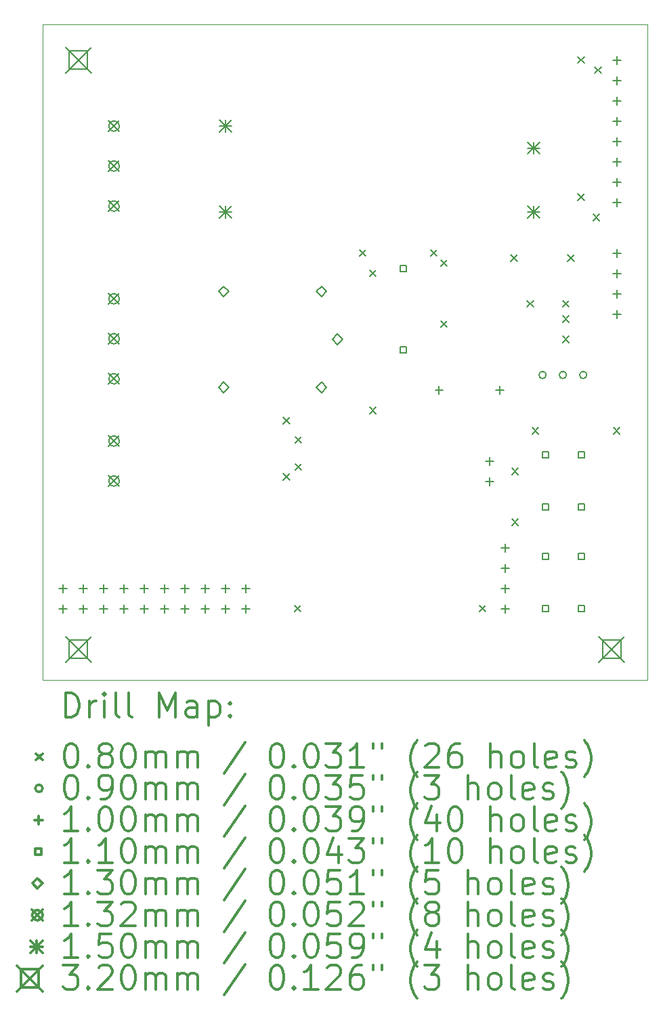
<source format=gbr>
%FSLAX45Y45*%
G04 Gerber Fmt 4.5, Leading zero omitted, Abs format (unit mm)*
G04 Created by KiCad (PCBNEW 5.99.0+really5.1.9+dfsg1-1) date 2021-04-26 12:32:46*
%MOMM*%
%LPD*%
G01*
G04 APERTURE LIST*
%TA.AperFunction,Profile*%
%ADD10C,0.050000*%
%TD*%
%ADD11C,0.200000*%
%ADD12C,0.300000*%
G04 APERTURE END LIST*
D10*
X15684500Y-12763500D02*
X8128000Y-12763500D01*
X15684500Y-4572000D02*
X15684500Y-12763500D01*
X15684500Y-4572000D02*
X8128000Y-4572000D01*
X8128000Y-4572000D02*
X8128000Y-12763500D01*
D11*
X11132542Y-10186958D02*
X11212542Y-10266958D01*
X11212542Y-10186958D02*
X11132542Y-10266958D01*
X11136000Y-9485000D02*
X11216000Y-9565000D01*
X11216000Y-9485000D02*
X11136000Y-9565000D01*
X11275700Y-11834500D02*
X11355700Y-11914500D01*
X11355700Y-11834500D02*
X11275700Y-11914500D01*
X11281001Y-9726297D02*
X11361001Y-9806297D01*
X11361001Y-9726297D02*
X11281001Y-9806297D01*
X11281001Y-10064295D02*
X11361001Y-10144295D01*
X11361001Y-10064295D02*
X11281001Y-10144295D01*
X12088500Y-7389500D02*
X12168500Y-7469500D01*
X12168500Y-7389500D02*
X12088500Y-7469500D01*
X12215500Y-7643500D02*
X12295500Y-7723500D01*
X12295500Y-7643500D02*
X12215500Y-7723500D01*
X12215501Y-9358000D02*
X12295501Y-9438000D01*
X12295501Y-9358000D02*
X12215501Y-9438000D01*
X12977500Y-7389500D02*
X13057500Y-7469500D01*
X13057500Y-7389500D02*
X12977500Y-7469500D01*
X13104500Y-7516500D02*
X13184500Y-7596500D01*
X13184500Y-7516500D02*
X13104500Y-7596500D01*
X13104500Y-8278500D02*
X13184500Y-8358500D01*
X13184500Y-8278500D02*
X13104500Y-8358500D01*
X13587100Y-11834500D02*
X13667100Y-11914500D01*
X13667100Y-11834500D02*
X13587100Y-11914500D01*
X13980800Y-7453000D02*
X14060800Y-7533000D01*
X14060800Y-7453000D02*
X13980800Y-7533000D01*
X13993500Y-10120000D02*
X14073500Y-10200000D01*
X14073500Y-10120000D02*
X13993500Y-10200000D01*
X13993500Y-10755000D02*
X14073500Y-10835000D01*
X14073500Y-10755000D02*
X13993500Y-10835000D01*
X14184000Y-8024500D02*
X14264000Y-8104500D01*
X14264000Y-8024500D02*
X14184000Y-8104500D01*
X14247500Y-9612000D02*
X14327500Y-9692000D01*
X14327500Y-9612000D02*
X14247500Y-9692000D01*
X14628500Y-8024500D02*
X14708500Y-8104500D01*
X14708500Y-8024500D02*
X14628500Y-8104500D01*
X14628500Y-8215000D02*
X14708500Y-8295000D01*
X14708500Y-8215000D02*
X14628500Y-8295000D01*
X14628500Y-8469000D02*
X14708500Y-8549000D01*
X14708500Y-8469000D02*
X14628500Y-8549000D01*
X14692001Y-7453000D02*
X14772001Y-7533000D01*
X14772001Y-7453000D02*
X14692001Y-7533000D01*
X14819000Y-4976500D02*
X14899000Y-5056500D01*
X14899000Y-4976500D02*
X14819000Y-5056500D01*
X14819000Y-6691000D02*
X14899000Y-6771000D01*
X14899000Y-6691000D02*
X14819000Y-6771000D01*
X15009500Y-6945000D02*
X15089500Y-7025000D01*
X15089500Y-6945000D02*
X15009500Y-7025000D01*
X15027501Y-5103500D02*
X15107501Y-5183500D01*
X15107501Y-5103500D02*
X15027501Y-5183500D01*
X15263500Y-9612000D02*
X15343500Y-9692000D01*
X15343500Y-9612000D02*
X15263500Y-9692000D01*
X14421400Y-8953500D02*
G75*
G03*
X14421400Y-8953500I-45000J0D01*
G01*
X14675400Y-8953500D02*
G75*
G03*
X14675400Y-8953500I-45000J0D01*
G01*
X14929400Y-8953500D02*
G75*
G03*
X14929400Y-8953500I-45000J0D01*
G01*
X8382000Y-11570500D02*
X8382000Y-11670500D01*
X8332000Y-11620500D02*
X8432000Y-11620500D01*
X8382000Y-11824500D02*
X8382000Y-11924500D01*
X8332000Y-11874500D02*
X8432000Y-11874500D01*
X8636000Y-11570500D02*
X8636000Y-11670500D01*
X8586000Y-11620500D02*
X8686000Y-11620500D01*
X8636000Y-11824500D02*
X8636000Y-11924500D01*
X8586000Y-11874500D02*
X8686000Y-11874500D01*
X8890000Y-11570500D02*
X8890000Y-11670500D01*
X8840000Y-11620500D02*
X8940000Y-11620500D01*
X8890000Y-11824500D02*
X8890000Y-11924500D01*
X8840000Y-11874500D02*
X8940000Y-11874500D01*
X9144000Y-11570500D02*
X9144000Y-11670500D01*
X9094000Y-11620500D02*
X9194000Y-11620500D01*
X9144000Y-11824500D02*
X9144000Y-11924500D01*
X9094000Y-11874500D02*
X9194000Y-11874500D01*
X9398000Y-11570500D02*
X9398000Y-11670500D01*
X9348000Y-11620500D02*
X9448000Y-11620500D01*
X9398000Y-11824500D02*
X9398000Y-11924500D01*
X9348000Y-11874500D02*
X9448000Y-11874500D01*
X9652000Y-11570500D02*
X9652000Y-11670500D01*
X9602000Y-11620500D02*
X9702000Y-11620500D01*
X9652000Y-11824500D02*
X9652000Y-11924500D01*
X9602000Y-11874500D02*
X9702000Y-11874500D01*
X9906000Y-11570500D02*
X9906000Y-11670500D01*
X9856000Y-11620500D02*
X9956000Y-11620500D01*
X9906000Y-11824500D02*
X9906000Y-11924500D01*
X9856000Y-11874500D02*
X9956000Y-11874500D01*
X10160000Y-11570500D02*
X10160000Y-11670500D01*
X10110000Y-11620500D02*
X10210000Y-11620500D01*
X10160000Y-11824500D02*
X10160000Y-11924500D01*
X10110000Y-11874500D02*
X10210000Y-11874500D01*
X10414000Y-11570500D02*
X10414000Y-11670500D01*
X10364000Y-11620500D02*
X10464000Y-11620500D01*
X10414000Y-11824500D02*
X10414000Y-11924500D01*
X10364000Y-11874500D02*
X10464000Y-11874500D01*
X10668000Y-11570500D02*
X10668000Y-11670500D01*
X10618000Y-11620500D02*
X10718000Y-11620500D01*
X10668000Y-11824500D02*
X10668000Y-11924500D01*
X10618000Y-11874500D02*
X10718000Y-11874500D01*
X13083000Y-9094000D02*
X13083000Y-9194000D01*
X13033000Y-9144000D02*
X13133000Y-9144000D01*
X13716000Y-9983000D02*
X13716000Y-10083000D01*
X13666000Y-10033000D02*
X13766000Y-10033000D01*
X13716000Y-10237000D02*
X13716000Y-10337000D01*
X13666000Y-10287000D02*
X13766000Y-10287000D01*
X13843000Y-9094000D02*
X13843000Y-9194000D01*
X13793000Y-9144000D02*
X13893000Y-9144000D01*
X13906500Y-11062500D02*
X13906500Y-11162500D01*
X13856500Y-11112500D02*
X13956500Y-11112500D01*
X13906500Y-11316500D02*
X13906500Y-11416500D01*
X13856500Y-11366500D02*
X13956500Y-11366500D01*
X13906500Y-11570500D02*
X13906500Y-11670500D01*
X13856500Y-11620500D02*
X13956500Y-11620500D01*
X13906500Y-11824500D02*
X13906500Y-11924500D01*
X13856500Y-11874500D02*
X13956500Y-11874500D01*
X15303500Y-4966500D02*
X15303500Y-5066500D01*
X15253500Y-5016500D02*
X15353500Y-5016500D01*
X15303500Y-5220500D02*
X15303500Y-5320500D01*
X15253500Y-5270500D02*
X15353500Y-5270500D01*
X15303500Y-5474500D02*
X15303500Y-5574500D01*
X15253500Y-5524500D02*
X15353500Y-5524500D01*
X15303500Y-5728500D02*
X15303500Y-5828500D01*
X15253500Y-5778500D02*
X15353500Y-5778500D01*
X15303500Y-5982500D02*
X15303500Y-6082500D01*
X15253500Y-6032500D02*
X15353500Y-6032500D01*
X15303500Y-6236500D02*
X15303500Y-6336500D01*
X15253500Y-6286500D02*
X15353500Y-6286500D01*
X15303500Y-6490500D02*
X15303500Y-6590500D01*
X15253500Y-6540500D02*
X15353500Y-6540500D01*
X15303500Y-6744500D02*
X15303500Y-6844500D01*
X15253500Y-6794500D02*
X15353500Y-6794500D01*
X15303500Y-7379500D02*
X15303500Y-7479500D01*
X15253500Y-7429500D02*
X15353500Y-7429500D01*
X15303500Y-7633500D02*
X15303500Y-7733500D01*
X15253500Y-7683500D02*
X15353500Y-7683500D01*
X15303500Y-7887500D02*
X15303500Y-7987500D01*
X15253500Y-7937500D02*
X15353500Y-7937500D01*
X15303500Y-8141500D02*
X15303500Y-8241500D01*
X15253500Y-8191500D02*
X15353500Y-8191500D01*
X12675391Y-7658891D02*
X12675391Y-7581109D01*
X12597609Y-7581109D01*
X12597609Y-7658891D01*
X12675391Y-7658891D01*
X12675391Y-8674891D02*
X12675391Y-8597109D01*
X12597609Y-8597109D01*
X12597609Y-8674891D01*
X12675391Y-8674891D01*
X14453391Y-9993391D02*
X14453391Y-9915609D01*
X14375609Y-9915609D01*
X14375609Y-9993391D01*
X14453391Y-9993391D01*
X14453391Y-10643391D02*
X14453391Y-10565609D01*
X14375609Y-10565609D01*
X14375609Y-10643391D01*
X14453391Y-10643391D01*
X14453391Y-11263391D02*
X14453391Y-11185609D01*
X14375609Y-11185609D01*
X14375609Y-11263391D01*
X14453391Y-11263391D01*
X14453391Y-11913391D02*
X14453391Y-11835609D01*
X14375609Y-11835609D01*
X14375609Y-11913391D01*
X14453391Y-11913391D01*
X14903391Y-9993391D02*
X14903391Y-9915609D01*
X14825609Y-9915609D01*
X14825609Y-9993391D01*
X14903391Y-9993391D01*
X14903391Y-10643391D02*
X14903391Y-10565609D01*
X14825609Y-10565609D01*
X14825609Y-10643391D01*
X14903391Y-10643391D01*
X14903391Y-11263391D02*
X14903391Y-11185609D01*
X14825609Y-11185609D01*
X14825609Y-11263391D01*
X14903391Y-11263391D01*
X14903391Y-11913391D02*
X14903391Y-11835609D01*
X14825609Y-11835609D01*
X14825609Y-11913391D01*
X14903391Y-11913391D01*
X10391000Y-7974000D02*
X10456000Y-7909000D01*
X10391000Y-7844000D01*
X10326000Y-7909000D01*
X10391000Y-7974000D01*
X10391000Y-9174000D02*
X10456000Y-9109000D01*
X10391000Y-9044000D01*
X10326000Y-9109000D01*
X10391000Y-9174000D01*
X11611000Y-7974000D02*
X11676000Y-7909000D01*
X11611000Y-7844000D01*
X11546000Y-7909000D01*
X11611000Y-7974000D01*
X11611000Y-9174000D02*
X11676000Y-9109000D01*
X11611000Y-9044000D01*
X11546000Y-9109000D01*
X11611000Y-9174000D01*
X11811000Y-8574000D02*
X11876000Y-8509000D01*
X11811000Y-8444000D01*
X11746000Y-8509000D01*
X11811000Y-8574000D01*
X8951000Y-5776000D02*
X9083000Y-5908000D01*
X9083000Y-5776000D02*
X8951000Y-5908000D01*
X9083000Y-5842000D02*
G75*
G03*
X9083000Y-5842000I-66000J0D01*
G01*
X8951000Y-6276000D02*
X9083000Y-6408000D01*
X9083000Y-6276000D02*
X8951000Y-6408000D01*
X9083000Y-6342000D02*
G75*
G03*
X9083000Y-6342000I-66000J0D01*
G01*
X8951000Y-6776000D02*
X9083000Y-6908000D01*
X9083000Y-6776000D02*
X8951000Y-6908000D01*
X9083000Y-6842000D02*
G75*
G03*
X9083000Y-6842000I-66000J0D01*
G01*
X8951000Y-7935000D02*
X9083000Y-8067000D01*
X9083000Y-7935000D02*
X8951000Y-8067000D01*
X9083000Y-8001000D02*
G75*
G03*
X9083000Y-8001000I-66000J0D01*
G01*
X8951000Y-8435000D02*
X9083000Y-8567000D01*
X9083000Y-8435000D02*
X8951000Y-8567000D01*
X9083000Y-8501000D02*
G75*
G03*
X9083000Y-8501000I-66000J0D01*
G01*
X8951000Y-8935000D02*
X9083000Y-9067000D01*
X9083000Y-8935000D02*
X8951000Y-9067000D01*
X9083000Y-9001000D02*
G75*
G03*
X9083000Y-9001000I-66000J0D01*
G01*
X8951000Y-9713000D02*
X9083000Y-9845000D01*
X9083000Y-9713000D02*
X8951000Y-9845000D01*
X9083000Y-9779000D02*
G75*
G03*
X9083000Y-9779000I-66000J0D01*
G01*
X8951000Y-10213000D02*
X9083000Y-10345000D01*
X9083000Y-10213000D02*
X8951000Y-10345000D01*
X9083000Y-10279000D02*
G75*
G03*
X9083000Y-10279000I-66000J0D01*
G01*
X10339000Y-5767000D02*
X10489000Y-5917000D01*
X10489000Y-5767000D02*
X10339000Y-5917000D01*
X10414000Y-5767000D02*
X10414000Y-5917000D01*
X10339000Y-5842000D02*
X10489000Y-5842000D01*
X10339000Y-6842000D02*
X10489000Y-6992000D01*
X10489000Y-6842000D02*
X10339000Y-6992000D01*
X10414000Y-6842000D02*
X10414000Y-6992000D01*
X10339000Y-6917000D02*
X10489000Y-6917000D01*
X14189000Y-6042000D02*
X14339000Y-6192000D01*
X14339000Y-6042000D02*
X14189000Y-6192000D01*
X14264000Y-6042000D02*
X14264000Y-6192000D01*
X14189000Y-6117000D02*
X14339000Y-6117000D01*
X14189000Y-6842000D02*
X14339000Y-6992000D01*
X14339000Y-6842000D02*
X14189000Y-6992000D01*
X14264000Y-6842000D02*
X14264000Y-6992000D01*
X14189000Y-6917000D02*
X14339000Y-6917000D01*
X8412500Y-4856500D02*
X8732500Y-5176500D01*
X8732500Y-4856500D02*
X8412500Y-5176500D01*
X8685638Y-5129638D02*
X8685638Y-4903362D01*
X8459362Y-4903362D01*
X8459362Y-5129638D01*
X8685638Y-5129638D01*
X8412500Y-12222500D02*
X8732500Y-12542500D01*
X8732500Y-12222500D02*
X8412500Y-12542500D01*
X8685638Y-12495638D02*
X8685638Y-12269362D01*
X8459362Y-12269362D01*
X8459362Y-12495638D01*
X8685638Y-12495638D01*
X15080000Y-12222500D02*
X15400000Y-12542500D01*
X15400000Y-12222500D02*
X15080000Y-12542500D01*
X15353138Y-12495638D02*
X15353138Y-12269362D01*
X15126862Y-12269362D01*
X15126862Y-12495638D01*
X15353138Y-12495638D01*
D12*
X8411928Y-13231714D02*
X8411928Y-12931714D01*
X8483357Y-12931714D01*
X8526214Y-12946000D01*
X8554786Y-12974571D01*
X8569071Y-13003143D01*
X8583357Y-13060286D01*
X8583357Y-13103143D01*
X8569071Y-13160286D01*
X8554786Y-13188857D01*
X8526214Y-13217429D01*
X8483357Y-13231714D01*
X8411928Y-13231714D01*
X8711928Y-13231714D02*
X8711928Y-13031714D01*
X8711928Y-13088857D02*
X8726214Y-13060286D01*
X8740500Y-13046000D01*
X8769071Y-13031714D01*
X8797643Y-13031714D01*
X8897643Y-13231714D02*
X8897643Y-13031714D01*
X8897643Y-12931714D02*
X8883357Y-12946000D01*
X8897643Y-12960286D01*
X8911928Y-12946000D01*
X8897643Y-12931714D01*
X8897643Y-12960286D01*
X9083357Y-13231714D02*
X9054786Y-13217429D01*
X9040500Y-13188857D01*
X9040500Y-12931714D01*
X9240500Y-13231714D02*
X9211928Y-13217429D01*
X9197643Y-13188857D01*
X9197643Y-12931714D01*
X9583357Y-13231714D02*
X9583357Y-12931714D01*
X9683357Y-13146000D01*
X9783357Y-12931714D01*
X9783357Y-13231714D01*
X10054786Y-13231714D02*
X10054786Y-13074571D01*
X10040500Y-13046000D01*
X10011928Y-13031714D01*
X9954786Y-13031714D01*
X9926214Y-13046000D01*
X10054786Y-13217429D02*
X10026214Y-13231714D01*
X9954786Y-13231714D01*
X9926214Y-13217429D01*
X9911928Y-13188857D01*
X9911928Y-13160286D01*
X9926214Y-13131714D01*
X9954786Y-13117429D01*
X10026214Y-13117429D01*
X10054786Y-13103143D01*
X10197643Y-13031714D02*
X10197643Y-13331714D01*
X10197643Y-13046000D02*
X10226214Y-13031714D01*
X10283357Y-13031714D01*
X10311928Y-13046000D01*
X10326214Y-13060286D01*
X10340500Y-13088857D01*
X10340500Y-13174571D01*
X10326214Y-13203143D01*
X10311928Y-13217429D01*
X10283357Y-13231714D01*
X10226214Y-13231714D01*
X10197643Y-13217429D01*
X10469071Y-13203143D02*
X10483357Y-13217429D01*
X10469071Y-13231714D01*
X10454786Y-13217429D01*
X10469071Y-13203143D01*
X10469071Y-13231714D01*
X10469071Y-13046000D02*
X10483357Y-13060286D01*
X10469071Y-13074571D01*
X10454786Y-13060286D01*
X10469071Y-13046000D01*
X10469071Y-13074571D01*
X8045500Y-13686000D02*
X8125500Y-13766000D01*
X8125500Y-13686000D02*
X8045500Y-13766000D01*
X8469071Y-13561714D02*
X8497643Y-13561714D01*
X8526214Y-13576000D01*
X8540500Y-13590286D01*
X8554786Y-13618857D01*
X8569071Y-13676000D01*
X8569071Y-13747429D01*
X8554786Y-13804571D01*
X8540500Y-13833143D01*
X8526214Y-13847429D01*
X8497643Y-13861714D01*
X8469071Y-13861714D01*
X8440500Y-13847429D01*
X8426214Y-13833143D01*
X8411928Y-13804571D01*
X8397643Y-13747429D01*
X8397643Y-13676000D01*
X8411928Y-13618857D01*
X8426214Y-13590286D01*
X8440500Y-13576000D01*
X8469071Y-13561714D01*
X8697643Y-13833143D02*
X8711928Y-13847429D01*
X8697643Y-13861714D01*
X8683357Y-13847429D01*
X8697643Y-13833143D01*
X8697643Y-13861714D01*
X8883357Y-13690286D02*
X8854786Y-13676000D01*
X8840500Y-13661714D01*
X8826214Y-13633143D01*
X8826214Y-13618857D01*
X8840500Y-13590286D01*
X8854786Y-13576000D01*
X8883357Y-13561714D01*
X8940500Y-13561714D01*
X8969071Y-13576000D01*
X8983357Y-13590286D01*
X8997643Y-13618857D01*
X8997643Y-13633143D01*
X8983357Y-13661714D01*
X8969071Y-13676000D01*
X8940500Y-13690286D01*
X8883357Y-13690286D01*
X8854786Y-13704571D01*
X8840500Y-13718857D01*
X8826214Y-13747429D01*
X8826214Y-13804571D01*
X8840500Y-13833143D01*
X8854786Y-13847429D01*
X8883357Y-13861714D01*
X8940500Y-13861714D01*
X8969071Y-13847429D01*
X8983357Y-13833143D01*
X8997643Y-13804571D01*
X8997643Y-13747429D01*
X8983357Y-13718857D01*
X8969071Y-13704571D01*
X8940500Y-13690286D01*
X9183357Y-13561714D02*
X9211928Y-13561714D01*
X9240500Y-13576000D01*
X9254786Y-13590286D01*
X9269071Y-13618857D01*
X9283357Y-13676000D01*
X9283357Y-13747429D01*
X9269071Y-13804571D01*
X9254786Y-13833143D01*
X9240500Y-13847429D01*
X9211928Y-13861714D01*
X9183357Y-13861714D01*
X9154786Y-13847429D01*
X9140500Y-13833143D01*
X9126214Y-13804571D01*
X9111928Y-13747429D01*
X9111928Y-13676000D01*
X9126214Y-13618857D01*
X9140500Y-13590286D01*
X9154786Y-13576000D01*
X9183357Y-13561714D01*
X9411928Y-13861714D02*
X9411928Y-13661714D01*
X9411928Y-13690286D02*
X9426214Y-13676000D01*
X9454786Y-13661714D01*
X9497643Y-13661714D01*
X9526214Y-13676000D01*
X9540500Y-13704571D01*
X9540500Y-13861714D01*
X9540500Y-13704571D02*
X9554786Y-13676000D01*
X9583357Y-13661714D01*
X9626214Y-13661714D01*
X9654786Y-13676000D01*
X9669071Y-13704571D01*
X9669071Y-13861714D01*
X9811928Y-13861714D02*
X9811928Y-13661714D01*
X9811928Y-13690286D02*
X9826214Y-13676000D01*
X9854786Y-13661714D01*
X9897643Y-13661714D01*
X9926214Y-13676000D01*
X9940500Y-13704571D01*
X9940500Y-13861714D01*
X9940500Y-13704571D02*
X9954786Y-13676000D01*
X9983357Y-13661714D01*
X10026214Y-13661714D01*
X10054786Y-13676000D01*
X10069071Y-13704571D01*
X10069071Y-13861714D01*
X10654786Y-13547429D02*
X10397643Y-13933143D01*
X11040500Y-13561714D02*
X11069071Y-13561714D01*
X11097643Y-13576000D01*
X11111928Y-13590286D01*
X11126214Y-13618857D01*
X11140500Y-13676000D01*
X11140500Y-13747429D01*
X11126214Y-13804571D01*
X11111928Y-13833143D01*
X11097643Y-13847429D01*
X11069071Y-13861714D01*
X11040500Y-13861714D01*
X11011928Y-13847429D01*
X10997643Y-13833143D01*
X10983357Y-13804571D01*
X10969071Y-13747429D01*
X10969071Y-13676000D01*
X10983357Y-13618857D01*
X10997643Y-13590286D01*
X11011928Y-13576000D01*
X11040500Y-13561714D01*
X11269071Y-13833143D02*
X11283357Y-13847429D01*
X11269071Y-13861714D01*
X11254786Y-13847429D01*
X11269071Y-13833143D01*
X11269071Y-13861714D01*
X11469071Y-13561714D02*
X11497643Y-13561714D01*
X11526214Y-13576000D01*
X11540500Y-13590286D01*
X11554786Y-13618857D01*
X11569071Y-13676000D01*
X11569071Y-13747429D01*
X11554786Y-13804571D01*
X11540500Y-13833143D01*
X11526214Y-13847429D01*
X11497643Y-13861714D01*
X11469071Y-13861714D01*
X11440500Y-13847429D01*
X11426214Y-13833143D01*
X11411928Y-13804571D01*
X11397643Y-13747429D01*
X11397643Y-13676000D01*
X11411928Y-13618857D01*
X11426214Y-13590286D01*
X11440500Y-13576000D01*
X11469071Y-13561714D01*
X11669071Y-13561714D02*
X11854786Y-13561714D01*
X11754786Y-13676000D01*
X11797643Y-13676000D01*
X11826214Y-13690286D01*
X11840500Y-13704571D01*
X11854786Y-13733143D01*
X11854786Y-13804571D01*
X11840500Y-13833143D01*
X11826214Y-13847429D01*
X11797643Y-13861714D01*
X11711928Y-13861714D01*
X11683357Y-13847429D01*
X11669071Y-13833143D01*
X12140500Y-13861714D02*
X11969071Y-13861714D01*
X12054786Y-13861714D02*
X12054786Y-13561714D01*
X12026214Y-13604571D01*
X11997643Y-13633143D01*
X11969071Y-13647429D01*
X12254786Y-13561714D02*
X12254786Y-13618857D01*
X12369071Y-13561714D02*
X12369071Y-13618857D01*
X12811928Y-13976000D02*
X12797643Y-13961714D01*
X12769071Y-13918857D01*
X12754786Y-13890286D01*
X12740500Y-13847429D01*
X12726214Y-13776000D01*
X12726214Y-13718857D01*
X12740500Y-13647429D01*
X12754786Y-13604571D01*
X12769071Y-13576000D01*
X12797643Y-13533143D01*
X12811928Y-13518857D01*
X12911928Y-13590286D02*
X12926214Y-13576000D01*
X12954786Y-13561714D01*
X13026214Y-13561714D01*
X13054786Y-13576000D01*
X13069071Y-13590286D01*
X13083357Y-13618857D01*
X13083357Y-13647429D01*
X13069071Y-13690286D01*
X12897643Y-13861714D01*
X13083357Y-13861714D01*
X13340500Y-13561714D02*
X13283357Y-13561714D01*
X13254786Y-13576000D01*
X13240500Y-13590286D01*
X13211928Y-13633143D01*
X13197643Y-13690286D01*
X13197643Y-13804571D01*
X13211928Y-13833143D01*
X13226214Y-13847429D01*
X13254786Y-13861714D01*
X13311928Y-13861714D01*
X13340500Y-13847429D01*
X13354786Y-13833143D01*
X13369071Y-13804571D01*
X13369071Y-13733143D01*
X13354786Y-13704571D01*
X13340500Y-13690286D01*
X13311928Y-13676000D01*
X13254786Y-13676000D01*
X13226214Y-13690286D01*
X13211928Y-13704571D01*
X13197643Y-13733143D01*
X13726214Y-13861714D02*
X13726214Y-13561714D01*
X13854786Y-13861714D02*
X13854786Y-13704571D01*
X13840500Y-13676000D01*
X13811928Y-13661714D01*
X13769071Y-13661714D01*
X13740500Y-13676000D01*
X13726214Y-13690286D01*
X14040500Y-13861714D02*
X14011928Y-13847429D01*
X13997643Y-13833143D01*
X13983357Y-13804571D01*
X13983357Y-13718857D01*
X13997643Y-13690286D01*
X14011928Y-13676000D01*
X14040500Y-13661714D01*
X14083357Y-13661714D01*
X14111928Y-13676000D01*
X14126214Y-13690286D01*
X14140500Y-13718857D01*
X14140500Y-13804571D01*
X14126214Y-13833143D01*
X14111928Y-13847429D01*
X14083357Y-13861714D01*
X14040500Y-13861714D01*
X14311928Y-13861714D02*
X14283357Y-13847429D01*
X14269071Y-13818857D01*
X14269071Y-13561714D01*
X14540500Y-13847429D02*
X14511928Y-13861714D01*
X14454786Y-13861714D01*
X14426214Y-13847429D01*
X14411928Y-13818857D01*
X14411928Y-13704571D01*
X14426214Y-13676000D01*
X14454786Y-13661714D01*
X14511928Y-13661714D01*
X14540500Y-13676000D01*
X14554786Y-13704571D01*
X14554786Y-13733143D01*
X14411928Y-13761714D01*
X14669071Y-13847429D02*
X14697643Y-13861714D01*
X14754786Y-13861714D01*
X14783357Y-13847429D01*
X14797643Y-13818857D01*
X14797643Y-13804571D01*
X14783357Y-13776000D01*
X14754786Y-13761714D01*
X14711928Y-13761714D01*
X14683357Y-13747429D01*
X14669071Y-13718857D01*
X14669071Y-13704571D01*
X14683357Y-13676000D01*
X14711928Y-13661714D01*
X14754786Y-13661714D01*
X14783357Y-13676000D01*
X14897643Y-13976000D02*
X14911928Y-13961714D01*
X14940500Y-13918857D01*
X14954786Y-13890286D01*
X14969071Y-13847429D01*
X14983357Y-13776000D01*
X14983357Y-13718857D01*
X14969071Y-13647429D01*
X14954786Y-13604571D01*
X14940500Y-13576000D01*
X14911928Y-13533143D01*
X14897643Y-13518857D01*
X8125500Y-14122000D02*
G75*
G03*
X8125500Y-14122000I-45000J0D01*
G01*
X8469071Y-13957714D02*
X8497643Y-13957714D01*
X8526214Y-13972000D01*
X8540500Y-13986286D01*
X8554786Y-14014857D01*
X8569071Y-14072000D01*
X8569071Y-14143429D01*
X8554786Y-14200571D01*
X8540500Y-14229143D01*
X8526214Y-14243429D01*
X8497643Y-14257714D01*
X8469071Y-14257714D01*
X8440500Y-14243429D01*
X8426214Y-14229143D01*
X8411928Y-14200571D01*
X8397643Y-14143429D01*
X8397643Y-14072000D01*
X8411928Y-14014857D01*
X8426214Y-13986286D01*
X8440500Y-13972000D01*
X8469071Y-13957714D01*
X8697643Y-14229143D02*
X8711928Y-14243429D01*
X8697643Y-14257714D01*
X8683357Y-14243429D01*
X8697643Y-14229143D01*
X8697643Y-14257714D01*
X8854786Y-14257714D02*
X8911928Y-14257714D01*
X8940500Y-14243429D01*
X8954786Y-14229143D01*
X8983357Y-14186286D01*
X8997643Y-14129143D01*
X8997643Y-14014857D01*
X8983357Y-13986286D01*
X8969071Y-13972000D01*
X8940500Y-13957714D01*
X8883357Y-13957714D01*
X8854786Y-13972000D01*
X8840500Y-13986286D01*
X8826214Y-14014857D01*
X8826214Y-14086286D01*
X8840500Y-14114857D01*
X8854786Y-14129143D01*
X8883357Y-14143429D01*
X8940500Y-14143429D01*
X8969071Y-14129143D01*
X8983357Y-14114857D01*
X8997643Y-14086286D01*
X9183357Y-13957714D02*
X9211928Y-13957714D01*
X9240500Y-13972000D01*
X9254786Y-13986286D01*
X9269071Y-14014857D01*
X9283357Y-14072000D01*
X9283357Y-14143429D01*
X9269071Y-14200571D01*
X9254786Y-14229143D01*
X9240500Y-14243429D01*
X9211928Y-14257714D01*
X9183357Y-14257714D01*
X9154786Y-14243429D01*
X9140500Y-14229143D01*
X9126214Y-14200571D01*
X9111928Y-14143429D01*
X9111928Y-14072000D01*
X9126214Y-14014857D01*
X9140500Y-13986286D01*
X9154786Y-13972000D01*
X9183357Y-13957714D01*
X9411928Y-14257714D02*
X9411928Y-14057714D01*
X9411928Y-14086286D02*
X9426214Y-14072000D01*
X9454786Y-14057714D01*
X9497643Y-14057714D01*
X9526214Y-14072000D01*
X9540500Y-14100571D01*
X9540500Y-14257714D01*
X9540500Y-14100571D02*
X9554786Y-14072000D01*
X9583357Y-14057714D01*
X9626214Y-14057714D01*
X9654786Y-14072000D01*
X9669071Y-14100571D01*
X9669071Y-14257714D01*
X9811928Y-14257714D02*
X9811928Y-14057714D01*
X9811928Y-14086286D02*
X9826214Y-14072000D01*
X9854786Y-14057714D01*
X9897643Y-14057714D01*
X9926214Y-14072000D01*
X9940500Y-14100571D01*
X9940500Y-14257714D01*
X9940500Y-14100571D02*
X9954786Y-14072000D01*
X9983357Y-14057714D01*
X10026214Y-14057714D01*
X10054786Y-14072000D01*
X10069071Y-14100571D01*
X10069071Y-14257714D01*
X10654786Y-13943429D02*
X10397643Y-14329143D01*
X11040500Y-13957714D02*
X11069071Y-13957714D01*
X11097643Y-13972000D01*
X11111928Y-13986286D01*
X11126214Y-14014857D01*
X11140500Y-14072000D01*
X11140500Y-14143429D01*
X11126214Y-14200571D01*
X11111928Y-14229143D01*
X11097643Y-14243429D01*
X11069071Y-14257714D01*
X11040500Y-14257714D01*
X11011928Y-14243429D01*
X10997643Y-14229143D01*
X10983357Y-14200571D01*
X10969071Y-14143429D01*
X10969071Y-14072000D01*
X10983357Y-14014857D01*
X10997643Y-13986286D01*
X11011928Y-13972000D01*
X11040500Y-13957714D01*
X11269071Y-14229143D02*
X11283357Y-14243429D01*
X11269071Y-14257714D01*
X11254786Y-14243429D01*
X11269071Y-14229143D01*
X11269071Y-14257714D01*
X11469071Y-13957714D02*
X11497643Y-13957714D01*
X11526214Y-13972000D01*
X11540500Y-13986286D01*
X11554786Y-14014857D01*
X11569071Y-14072000D01*
X11569071Y-14143429D01*
X11554786Y-14200571D01*
X11540500Y-14229143D01*
X11526214Y-14243429D01*
X11497643Y-14257714D01*
X11469071Y-14257714D01*
X11440500Y-14243429D01*
X11426214Y-14229143D01*
X11411928Y-14200571D01*
X11397643Y-14143429D01*
X11397643Y-14072000D01*
X11411928Y-14014857D01*
X11426214Y-13986286D01*
X11440500Y-13972000D01*
X11469071Y-13957714D01*
X11669071Y-13957714D02*
X11854786Y-13957714D01*
X11754786Y-14072000D01*
X11797643Y-14072000D01*
X11826214Y-14086286D01*
X11840500Y-14100571D01*
X11854786Y-14129143D01*
X11854786Y-14200571D01*
X11840500Y-14229143D01*
X11826214Y-14243429D01*
X11797643Y-14257714D01*
X11711928Y-14257714D01*
X11683357Y-14243429D01*
X11669071Y-14229143D01*
X12126214Y-13957714D02*
X11983357Y-13957714D01*
X11969071Y-14100571D01*
X11983357Y-14086286D01*
X12011928Y-14072000D01*
X12083357Y-14072000D01*
X12111928Y-14086286D01*
X12126214Y-14100571D01*
X12140500Y-14129143D01*
X12140500Y-14200571D01*
X12126214Y-14229143D01*
X12111928Y-14243429D01*
X12083357Y-14257714D01*
X12011928Y-14257714D01*
X11983357Y-14243429D01*
X11969071Y-14229143D01*
X12254786Y-13957714D02*
X12254786Y-14014857D01*
X12369071Y-13957714D02*
X12369071Y-14014857D01*
X12811928Y-14372000D02*
X12797643Y-14357714D01*
X12769071Y-14314857D01*
X12754786Y-14286286D01*
X12740500Y-14243429D01*
X12726214Y-14172000D01*
X12726214Y-14114857D01*
X12740500Y-14043429D01*
X12754786Y-14000571D01*
X12769071Y-13972000D01*
X12797643Y-13929143D01*
X12811928Y-13914857D01*
X12897643Y-13957714D02*
X13083357Y-13957714D01*
X12983357Y-14072000D01*
X13026214Y-14072000D01*
X13054786Y-14086286D01*
X13069071Y-14100571D01*
X13083357Y-14129143D01*
X13083357Y-14200571D01*
X13069071Y-14229143D01*
X13054786Y-14243429D01*
X13026214Y-14257714D01*
X12940500Y-14257714D01*
X12911928Y-14243429D01*
X12897643Y-14229143D01*
X13440500Y-14257714D02*
X13440500Y-13957714D01*
X13569071Y-14257714D02*
X13569071Y-14100571D01*
X13554786Y-14072000D01*
X13526214Y-14057714D01*
X13483357Y-14057714D01*
X13454786Y-14072000D01*
X13440500Y-14086286D01*
X13754786Y-14257714D02*
X13726214Y-14243429D01*
X13711928Y-14229143D01*
X13697643Y-14200571D01*
X13697643Y-14114857D01*
X13711928Y-14086286D01*
X13726214Y-14072000D01*
X13754786Y-14057714D01*
X13797643Y-14057714D01*
X13826214Y-14072000D01*
X13840500Y-14086286D01*
X13854786Y-14114857D01*
X13854786Y-14200571D01*
X13840500Y-14229143D01*
X13826214Y-14243429D01*
X13797643Y-14257714D01*
X13754786Y-14257714D01*
X14026214Y-14257714D02*
X13997643Y-14243429D01*
X13983357Y-14214857D01*
X13983357Y-13957714D01*
X14254786Y-14243429D02*
X14226214Y-14257714D01*
X14169071Y-14257714D01*
X14140500Y-14243429D01*
X14126214Y-14214857D01*
X14126214Y-14100571D01*
X14140500Y-14072000D01*
X14169071Y-14057714D01*
X14226214Y-14057714D01*
X14254786Y-14072000D01*
X14269071Y-14100571D01*
X14269071Y-14129143D01*
X14126214Y-14157714D01*
X14383357Y-14243429D02*
X14411928Y-14257714D01*
X14469071Y-14257714D01*
X14497643Y-14243429D01*
X14511928Y-14214857D01*
X14511928Y-14200571D01*
X14497643Y-14172000D01*
X14469071Y-14157714D01*
X14426214Y-14157714D01*
X14397643Y-14143429D01*
X14383357Y-14114857D01*
X14383357Y-14100571D01*
X14397643Y-14072000D01*
X14426214Y-14057714D01*
X14469071Y-14057714D01*
X14497643Y-14072000D01*
X14611928Y-14372000D02*
X14626214Y-14357714D01*
X14654786Y-14314857D01*
X14669071Y-14286286D01*
X14683357Y-14243429D01*
X14697643Y-14172000D01*
X14697643Y-14114857D01*
X14683357Y-14043429D01*
X14669071Y-14000571D01*
X14654786Y-13972000D01*
X14626214Y-13929143D01*
X14611928Y-13914857D01*
X8075500Y-14468000D02*
X8075500Y-14568000D01*
X8025500Y-14518000D02*
X8125500Y-14518000D01*
X8569071Y-14653714D02*
X8397643Y-14653714D01*
X8483357Y-14653714D02*
X8483357Y-14353714D01*
X8454786Y-14396571D01*
X8426214Y-14425143D01*
X8397643Y-14439429D01*
X8697643Y-14625143D02*
X8711928Y-14639429D01*
X8697643Y-14653714D01*
X8683357Y-14639429D01*
X8697643Y-14625143D01*
X8697643Y-14653714D01*
X8897643Y-14353714D02*
X8926214Y-14353714D01*
X8954786Y-14368000D01*
X8969071Y-14382286D01*
X8983357Y-14410857D01*
X8997643Y-14468000D01*
X8997643Y-14539429D01*
X8983357Y-14596571D01*
X8969071Y-14625143D01*
X8954786Y-14639429D01*
X8926214Y-14653714D01*
X8897643Y-14653714D01*
X8869071Y-14639429D01*
X8854786Y-14625143D01*
X8840500Y-14596571D01*
X8826214Y-14539429D01*
X8826214Y-14468000D01*
X8840500Y-14410857D01*
X8854786Y-14382286D01*
X8869071Y-14368000D01*
X8897643Y-14353714D01*
X9183357Y-14353714D02*
X9211928Y-14353714D01*
X9240500Y-14368000D01*
X9254786Y-14382286D01*
X9269071Y-14410857D01*
X9283357Y-14468000D01*
X9283357Y-14539429D01*
X9269071Y-14596571D01*
X9254786Y-14625143D01*
X9240500Y-14639429D01*
X9211928Y-14653714D01*
X9183357Y-14653714D01*
X9154786Y-14639429D01*
X9140500Y-14625143D01*
X9126214Y-14596571D01*
X9111928Y-14539429D01*
X9111928Y-14468000D01*
X9126214Y-14410857D01*
X9140500Y-14382286D01*
X9154786Y-14368000D01*
X9183357Y-14353714D01*
X9411928Y-14653714D02*
X9411928Y-14453714D01*
X9411928Y-14482286D02*
X9426214Y-14468000D01*
X9454786Y-14453714D01*
X9497643Y-14453714D01*
X9526214Y-14468000D01*
X9540500Y-14496571D01*
X9540500Y-14653714D01*
X9540500Y-14496571D02*
X9554786Y-14468000D01*
X9583357Y-14453714D01*
X9626214Y-14453714D01*
X9654786Y-14468000D01*
X9669071Y-14496571D01*
X9669071Y-14653714D01*
X9811928Y-14653714D02*
X9811928Y-14453714D01*
X9811928Y-14482286D02*
X9826214Y-14468000D01*
X9854786Y-14453714D01*
X9897643Y-14453714D01*
X9926214Y-14468000D01*
X9940500Y-14496571D01*
X9940500Y-14653714D01*
X9940500Y-14496571D02*
X9954786Y-14468000D01*
X9983357Y-14453714D01*
X10026214Y-14453714D01*
X10054786Y-14468000D01*
X10069071Y-14496571D01*
X10069071Y-14653714D01*
X10654786Y-14339429D02*
X10397643Y-14725143D01*
X11040500Y-14353714D02*
X11069071Y-14353714D01*
X11097643Y-14368000D01*
X11111928Y-14382286D01*
X11126214Y-14410857D01*
X11140500Y-14468000D01*
X11140500Y-14539429D01*
X11126214Y-14596571D01*
X11111928Y-14625143D01*
X11097643Y-14639429D01*
X11069071Y-14653714D01*
X11040500Y-14653714D01*
X11011928Y-14639429D01*
X10997643Y-14625143D01*
X10983357Y-14596571D01*
X10969071Y-14539429D01*
X10969071Y-14468000D01*
X10983357Y-14410857D01*
X10997643Y-14382286D01*
X11011928Y-14368000D01*
X11040500Y-14353714D01*
X11269071Y-14625143D02*
X11283357Y-14639429D01*
X11269071Y-14653714D01*
X11254786Y-14639429D01*
X11269071Y-14625143D01*
X11269071Y-14653714D01*
X11469071Y-14353714D02*
X11497643Y-14353714D01*
X11526214Y-14368000D01*
X11540500Y-14382286D01*
X11554786Y-14410857D01*
X11569071Y-14468000D01*
X11569071Y-14539429D01*
X11554786Y-14596571D01*
X11540500Y-14625143D01*
X11526214Y-14639429D01*
X11497643Y-14653714D01*
X11469071Y-14653714D01*
X11440500Y-14639429D01*
X11426214Y-14625143D01*
X11411928Y-14596571D01*
X11397643Y-14539429D01*
X11397643Y-14468000D01*
X11411928Y-14410857D01*
X11426214Y-14382286D01*
X11440500Y-14368000D01*
X11469071Y-14353714D01*
X11669071Y-14353714D02*
X11854786Y-14353714D01*
X11754786Y-14468000D01*
X11797643Y-14468000D01*
X11826214Y-14482286D01*
X11840500Y-14496571D01*
X11854786Y-14525143D01*
X11854786Y-14596571D01*
X11840500Y-14625143D01*
X11826214Y-14639429D01*
X11797643Y-14653714D01*
X11711928Y-14653714D01*
X11683357Y-14639429D01*
X11669071Y-14625143D01*
X11997643Y-14653714D02*
X12054786Y-14653714D01*
X12083357Y-14639429D01*
X12097643Y-14625143D01*
X12126214Y-14582286D01*
X12140500Y-14525143D01*
X12140500Y-14410857D01*
X12126214Y-14382286D01*
X12111928Y-14368000D01*
X12083357Y-14353714D01*
X12026214Y-14353714D01*
X11997643Y-14368000D01*
X11983357Y-14382286D01*
X11969071Y-14410857D01*
X11969071Y-14482286D01*
X11983357Y-14510857D01*
X11997643Y-14525143D01*
X12026214Y-14539429D01*
X12083357Y-14539429D01*
X12111928Y-14525143D01*
X12126214Y-14510857D01*
X12140500Y-14482286D01*
X12254786Y-14353714D02*
X12254786Y-14410857D01*
X12369071Y-14353714D02*
X12369071Y-14410857D01*
X12811928Y-14768000D02*
X12797643Y-14753714D01*
X12769071Y-14710857D01*
X12754786Y-14682286D01*
X12740500Y-14639429D01*
X12726214Y-14568000D01*
X12726214Y-14510857D01*
X12740500Y-14439429D01*
X12754786Y-14396571D01*
X12769071Y-14368000D01*
X12797643Y-14325143D01*
X12811928Y-14310857D01*
X13054786Y-14453714D02*
X13054786Y-14653714D01*
X12983357Y-14339429D02*
X12911928Y-14553714D01*
X13097643Y-14553714D01*
X13269071Y-14353714D02*
X13297643Y-14353714D01*
X13326214Y-14368000D01*
X13340500Y-14382286D01*
X13354786Y-14410857D01*
X13369071Y-14468000D01*
X13369071Y-14539429D01*
X13354786Y-14596571D01*
X13340500Y-14625143D01*
X13326214Y-14639429D01*
X13297643Y-14653714D01*
X13269071Y-14653714D01*
X13240500Y-14639429D01*
X13226214Y-14625143D01*
X13211928Y-14596571D01*
X13197643Y-14539429D01*
X13197643Y-14468000D01*
X13211928Y-14410857D01*
X13226214Y-14382286D01*
X13240500Y-14368000D01*
X13269071Y-14353714D01*
X13726214Y-14653714D02*
X13726214Y-14353714D01*
X13854786Y-14653714D02*
X13854786Y-14496571D01*
X13840500Y-14468000D01*
X13811928Y-14453714D01*
X13769071Y-14453714D01*
X13740500Y-14468000D01*
X13726214Y-14482286D01*
X14040500Y-14653714D02*
X14011928Y-14639429D01*
X13997643Y-14625143D01*
X13983357Y-14596571D01*
X13983357Y-14510857D01*
X13997643Y-14482286D01*
X14011928Y-14468000D01*
X14040500Y-14453714D01*
X14083357Y-14453714D01*
X14111928Y-14468000D01*
X14126214Y-14482286D01*
X14140500Y-14510857D01*
X14140500Y-14596571D01*
X14126214Y-14625143D01*
X14111928Y-14639429D01*
X14083357Y-14653714D01*
X14040500Y-14653714D01*
X14311928Y-14653714D02*
X14283357Y-14639429D01*
X14269071Y-14610857D01*
X14269071Y-14353714D01*
X14540500Y-14639429D02*
X14511928Y-14653714D01*
X14454786Y-14653714D01*
X14426214Y-14639429D01*
X14411928Y-14610857D01*
X14411928Y-14496571D01*
X14426214Y-14468000D01*
X14454786Y-14453714D01*
X14511928Y-14453714D01*
X14540500Y-14468000D01*
X14554786Y-14496571D01*
X14554786Y-14525143D01*
X14411928Y-14553714D01*
X14669071Y-14639429D02*
X14697643Y-14653714D01*
X14754786Y-14653714D01*
X14783357Y-14639429D01*
X14797643Y-14610857D01*
X14797643Y-14596571D01*
X14783357Y-14568000D01*
X14754786Y-14553714D01*
X14711928Y-14553714D01*
X14683357Y-14539429D01*
X14669071Y-14510857D01*
X14669071Y-14496571D01*
X14683357Y-14468000D01*
X14711928Y-14453714D01*
X14754786Y-14453714D01*
X14783357Y-14468000D01*
X14897643Y-14768000D02*
X14911928Y-14753714D01*
X14940500Y-14710857D01*
X14954786Y-14682286D01*
X14969071Y-14639429D01*
X14983357Y-14568000D01*
X14983357Y-14510857D01*
X14969071Y-14439429D01*
X14954786Y-14396571D01*
X14940500Y-14368000D01*
X14911928Y-14325143D01*
X14897643Y-14310857D01*
X8109391Y-14952891D02*
X8109391Y-14875109D01*
X8031609Y-14875109D01*
X8031609Y-14952891D01*
X8109391Y-14952891D01*
X8569071Y-15049714D02*
X8397643Y-15049714D01*
X8483357Y-15049714D02*
X8483357Y-14749714D01*
X8454786Y-14792571D01*
X8426214Y-14821143D01*
X8397643Y-14835429D01*
X8697643Y-15021143D02*
X8711928Y-15035429D01*
X8697643Y-15049714D01*
X8683357Y-15035429D01*
X8697643Y-15021143D01*
X8697643Y-15049714D01*
X8997643Y-15049714D02*
X8826214Y-15049714D01*
X8911928Y-15049714D02*
X8911928Y-14749714D01*
X8883357Y-14792571D01*
X8854786Y-14821143D01*
X8826214Y-14835429D01*
X9183357Y-14749714D02*
X9211928Y-14749714D01*
X9240500Y-14764000D01*
X9254786Y-14778286D01*
X9269071Y-14806857D01*
X9283357Y-14864000D01*
X9283357Y-14935429D01*
X9269071Y-14992571D01*
X9254786Y-15021143D01*
X9240500Y-15035429D01*
X9211928Y-15049714D01*
X9183357Y-15049714D01*
X9154786Y-15035429D01*
X9140500Y-15021143D01*
X9126214Y-14992571D01*
X9111928Y-14935429D01*
X9111928Y-14864000D01*
X9126214Y-14806857D01*
X9140500Y-14778286D01*
X9154786Y-14764000D01*
X9183357Y-14749714D01*
X9411928Y-15049714D02*
X9411928Y-14849714D01*
X9411928Y-14878286D02*
X9426214Y-14864000D01*
X9454786Y-14849714D01*
X9497643Y-14849714D01*
X9526214Y-14864000D01*
X9540500Y-14892571D01*
X9540500Y-15049714D01*
X9540500Y-14892571D02*
X9554786Y-14864000D01*
X9583357Y-14849714D01*
X9626214Y-14849714D01*
X9654786Y-14864000D01*
X9669071Y-14892571D01*
X9669071Y-15049714D01*
X9811928Y-15049714D02*
X9811928Y-14849714D01*
X9811928Y-14878286D02*
X9826214Y-14864000D01*
X9854786Y-14849714D01*
X9897643Y-14849714D01*
X9926214Y-14864000D01*
X9940500Y-14892571D01*
X9940500Y-15049714D01*
X9940500Y-14892571D02*
X9954786Y-14864000D01*
X9983357Y-14849714D01*
X10026214Y-14849714D01*
X10054786Y-14864000D01*
X10069071Y-14892571D01*
X10069071Y-15049714D01*
X10654786Y-14735429D02*
X10397643Y-15121143D01*
X11040500Y-14749714D02*
X11069071Y-14749714D01*
X11097643Y-14764000D01*
X11111928Y-14778286D01*
X11126214Y-14806857D01*
X11140500Y-14864000D01*
X11140500Y-14935429D01*
X11126214Y-14992571D01*
X11111928Y-15021143D01*
X11097643Y-15035429D01*
X11069071Y-15049714D01*
X11040500Y-15049714D01*
X11011928Y-15035429D01*
X10997643Y-15021143D01*
X10983357Y-14992571D01*
X10969071Y-14935429D01*
X10969071Y-14864000D01*
X10983357Y-14806857D01*
X10997643Y-14778286D01*
X11011928Y-14764000D01*
X11040500Y-14749714D01*
X11269071Y-15021143D02*
X11283357Y-15035429D01*
X11269071Y-15049714D01*
X11254786Y-15035429D01*
X11269071Y-15021143D01*
X11269071Y-15049714D01*
X11469071Y-14749714D02*
X11497643Y-14749714D01*
X11526214Y-14764000D01*
X11540500Y-14778286D01*
X11554786Y-14806857D01*
X11569071Y-14864000D01*
X11569071Y-14935429D01*
X11554786Y-14992571D01*
X11540500Y-15021143D01*
X11526214Y-15035429D01*
X11497643Y-15049714D01*
X11469071Y-15049714D01*
X11440500Y-15035429D01*
X11426214Y-15021143D01*
X11411928Y-14992571D01*
X11397643Y-14935429D01*
X11397643Y-14864000D01*
X11411928Y-14806857D01*
X11426214Y-14778286D01*
X11440500Y-14764000D01*
X11469071Y-14749714D01*
X11826214Y-14849714D02*
X11826214Y-15049714D01*
X11754786Y-14735429D02*
X11683357Y-14949714D01*
X11869071Y-14949714D01*
X11954786Y-14749714D02*
X12140500Y-14749714D01*
X12040500Y-14864000D01*
X12083357Y-14864000D01*
X12111928Y-14878286D01*
X12126214Y-14892571D01*
X12140500Y-14921143D01*
X12140500Y-14992571D01*
X12126214Y-15021143D01*
X12111928Y-15035429D01*
X12083357Y-15049714D01*
X11997643Y-15049714D01*
X11969071Y-15035429D01*
X11954786Y-15021143D01*
X12254786Y-14749714D02*
X12254786Y-14806857D01*
X12369071Y-14749714D02*
X12369071Y-14806857D01*
X12811928Y-15164000D02*
X12797643Y-15149714D01*
X12769071Y-15106857D01*
X12754786Y-15078286D01*
X12740500Y-15035429D01*
X12726214Y-14964000D01*
X12726214Y-14906857D01*
X12740500Y-14835429D01*
X12754786Y-14792571D01*
X12769071Y-14764000D01*
X12797643Y-14721143D01*
X12811928Y-14706857D01*
X13083357Y-15049714D02*
X12911928Y-15049714D01*
X12997643Y-15049714D02*
X12997643Y-14749714D01*
X12969071Y-14792571D01*
X12940500Y-14821143D01*
X12911928Y-14835429D01*
X13269071Y-14749714D02*
X13297643Y-14749714D01*
X13326214Y-14764000D01*
X13340500Y-14778286D01*
X13354786Y-14806857D01*
X13369071Y-14864000D01*
X13369071Y-14935429D01*
X13354786Y-14992571D01*
X13340500Y-15021143D01*
X13326214Y-15035429D01*
X13297643Y-15049714D01*
X13269071Y-15049714D01*
X13240500Y-15035429D01*
X13226214Y-15021143D01*
X13211928Y-14992571D01*
X13197643Y-14935429D01*
X13197643Y-14864000D01*
X13211928Y-14806857D01*
X13226214Y-14778286D01*
X13240500Y-14764000D01*
X13269071Y-14749714D01*
X13726214Y-15049714D02*
X13726214Y-14749714D01*
X13854786Y-15049714D02*
X13854786Y-14892571D01*
X13840500Y-14864000D01*
X13811928Y-14849714D01*
X13769071Y-14849714D01*
X13740500Y-14864000D01*
X13726214Y-14878286D01*
X14040500Y-15049714D02*
X14011928Y-15035429D01*
X13997643Y-15021143D01*
X13983357Y-14992571D01*
X13983357Y-14906857D01*
X13997643Y-14878286D01*
X14011928Y-14864000D01*
X14040500Y-14849714D01*
X14083357Y-14849714D01*
X14111928Y-14864000D01*
X14126214Y-14878286D01*
X14140500Y-14906857D01*
X14140500Y-14992571D01*
X14126214Y-15021143D01*
X14111928Y-15035429D01*
X14083357Y-15049714D01*
X14040500Y-15049714D01*
X14311928Y-15049714D02*
X14283357Y-15035429D01*
X14269071Y-15006857D01*
X14269071Y-14749714D01*
X14540500Y-15035429D02*
X14511928Y-15049714D01*
X14454786Y-15049714D01*
X14426214Y-15035429D01*
X14411928Y-15006857D01*
X14411928Y-14892571D01*
X14426214Y-14864000D01*
X14454786Y-14849714D01*
X14511928Y-14849714D01*
X14540500Y-14864000D01*
X14554786Y-14892571D01*
X14554786Y-14921143D01*
X14411928Y-14949714D01*
X14669071Y-15035429D02*
X14697643Y-15049714D01*
X14754786Y-15049714D01*
X14783357Y-15035429D01*
X14797643Y-15006857D01*
X14797643Y-14992571D01*
X14783357Y-14964000D01*
X14754786Y-14949714D01*
X14711928Y-14949714D01*
X14683357Y-14935429D01*
X14669071Y-14906857D01*
X14669071Y-14892571D01*
X14683357Y-14864000D01*
X14711928Y-14849714D01*
X14754786Y-14849714D01*
X14783357Y-14864000D01*
X14897643Y-15164000D02*
X14911928Y-15149714D01*
X14940500Y-15106857D01*
X14954786Y-15078286D01*
X14969071Y-15035429D01*
X14983357Y-14964000D01*
X14983357Y-14906857D01*
X14969071Y-14835429D01*
X14954786Y-14792571D01*
X14940500Y-14764000D01*
X14911928Y-14721143D01*
X14897643Y-14706857D01*
X8060500Y-15375000D02*
X8125500Y-15310000D01*
X8060500Y-15245000D01*
X7995500Y-15310000D01*
X8060500Y-15375000D01*
X8569071Y-15445714D02*
X8397643Y-15445714D01*
X8483357Y-15445714D02*
X8483357Y-15145714D01*
X8454786Y-15188571D01*
X8426214Y-15217143D01*
X8397643Y-15231429D01*
X8697643Y-15417143D02*
X8711928Y-15431429D01*
X8697643Y-15445714D01*
X8683357Y-15431429D01*
X8697643Y-15417143D01*
X8697643Y-15445714D01*
X8811928Y-15145714D02*
X8997643Y-15145714D01*
X8897643Y-15260000D01*
X8940500Y-15260000D01*
X8969071Y-15274286D01*
X8983357Y-15288571D01*
X8997643Y-15317143D01*
X8997643Y-15388571D01*
X8983357Y-15417143D01*
X8969071Y-15431429D01*
X8940500Y-15445714D01*
X8854786Y-15445714D01*
X8826214Y-15431429D01*
X8811928Y-15417143D01*
X9183357Y-15145714D02*
X9211928Y-15145714D01*
X9240500Y-15160000D01*
X9254786Y-15174286D01*
X9269071Y-15202857D01*
X9283357Y-15260000D01*
X9283357Y-15331429D01*
X9269071Y-15388571D01*
X9254786Y-15417143D01*
X9240500Y-15431429D01*
X9211928Y-15445714D01*
X9183357Y-15445714D01*
X9154786Y-15431429D01*
X9140500Y-15417143D01*
X9126214Y-15388571D01*
X9111928Y-15331429D01*
X9111928Y-15260000D01*
X9126214Y-15202857D01*
X9140500Y-15174286D01*
X9154786Y-15160000D01*
X9183357Y-15145714D01*
X9411928Y-15445714D02*
X9411928Y-15245714D01*
X9411928Y-15274286D02*
X9426214Y-15260000D01*
X9454786Y-15245714D01*
X9497643Y-15245714D01*
X9526214Y-15260000D01*
X9540500Y-15288571D01*
X9540500Y-15445714D01*
X9540500Y-15288571D02*
X9554786Y-15260000D01*
X9583357Y-15245714D01*
X9626214Y-15245714D01*
X9654786Y-15260000D01*
X9669071Y-15288571D01*
X9669071Y-15445714D01*
X9811928Y-15445714D02*
X9811928Y-15245714D01*
X9811928Y-15274286D02*
X9826214Y-15260000D01*
X9854786Y-15245714D01*
X9897643Y-15245714D01*
X9926214Y-15260000D01*
X9940500Y-15288571D01*
X9940500Y-15445714D01*
X9940500Y-15288571D02*
X9954786Y-15260000D01*
X9983357Y-15245714D01*
X10026214Y-15245714D01*
X10054786Y-15260000D01*
X10069071Y-15288571D01*
X10069071Y-15445714D01*
X10654786Y-15131429D02*
X10397643Y-15517143D01*
X11040500Y-15145714D02*
X11069071Y-15145714D01*
X11097643Y-15160000D01*
X11111928Y-15174286D01*
X11126214Y-15202857D01*
X11140500Y-15260000D01*
X11140500Y-15331429D01*
X11126214Y-15388571D01*
X11111928Y-15417143D01*
X11097643Y-15431429D01*
X11069071Y-15445714D01*
X11040500Y-15445714D01*
X11011928Y-15431429D01*
X10997643Y-15417143D01*
X10983357Y-15388571D01*
X10969071Y-15331429D01*
X10969071Y-15260000D01*
X10983357Y-15202857D01*
X10997643Y-15174286D01*
X11011928Y-15160000D01*
X11040500Y-15145714D01*
X11269071Y-15417143D02*
X11283357Y-15431429D01*
X11269071Y-15445714D01*
X11254786Y-15431429D01*
X11269071Y-15417143D01*
X11269071Y-15445714D01*
X11469071Y-15145714D02*
X11497643Y-15145714D01*
X11526214Y-15160000D01*
X11540500Y-15174286D01*
X11554786Y-15202857D01*
X11569071Y-15260000D01*
X11569071Y-15331429D01*
X11554786Y-15388571D01*
X11540500Y-15417143D01*
X11526214Y-15431429D01*
X11497643Y-15445714D01*
X11469071Y-15445714D01*
X11440500Y-15431429D01*
X11426214Y-15417143D01*
X11411928Y-15388571D01*
X11397643Y-15331429D01*
X11397643Y-15260000D01*
X11411928Y-15202857D01*
X11426214Y-15174286D01*
X11440500Y-15160000D01*
X11469071Y-15145714D01*
X11840500Y-15145714D02*
X11697643Y-15145714D01*
X11683357Y-15288571D01*
X11697643Y-15274286D01*
X11726214Y-15260000D01*
X11797643Y-15260000D01*
X11826214Y-15274286D01*
X11840500Y-15288571D01*
X11854786Y-15317143D01*
X11854786Y-15388571D01*
X11840500Y-15417143D01*
X11826214Y-15431429D01*
X11797643Y-15445714D01*
X11726214Y-15445714D01*
X11697643Y-15431429D01*
X11683357Y-15417143D01*
X12140500Y-15445714D02*
X11969071Y-15445714D01*
X12054786Y-15445714D02*
X12054786Y-15145714D01*
X12026214Y-15188571D01*
X11997643Y-15217143D01*
X11969071Y-15231429D01*
X12254786Y-15145714D02*
X12254786Y-15202857D01*
X12369071Y-15145714D02*
X12369071Y-15202857D01*
X12811928Y-15560000D02*
X12797643Y-15545714D01*
X12769071Y-15502857D01*
X12754786Y-15474286D01*
X12740500Y-15431429D01*
X12726214Y-15360000D01*
X12726214Y-15302857D01*
X12740500Y-15231429D01*
X12754786Y-15188571D01*
X12769071Y-15160000D01*
X12797643Y-15117143D01*
X12811928Y-15102857D01*
X13069071Y-15145714D02*
X12926214Y-15145714D01*
X12911928Y-15288571D01*
X12926214Y-15274286D01*
X12954786Y-15260000D01*
X13026214Y-15260000D01*
X13054786Y-15274286D01*
X13069071Y-15288571D01*
X13083357Y-15317143D01*
X13083357Y-15388571D01*
X13069071Y-15417143D01*
X13054786Y-15431429D01*
X13026214Y-15445714D01*
X12954786Y-15445714D01*
X12926214Y-15431429D01*
X12911928Y-15417143D01*
X13440500Y-15445714D02*
X13440500Y-15145714D01*
X13569071Y-15445714D02*
X13569071Y-15288571D01*
X13554786Y-15260000D01*
X13526214Y-15245714D01*
X13483357Y-15245714D01*
X13454786Y-15260000D01*
X13440500Y-15274286D01*
X13754786Y-15445714D02*
X13726214Y-15431429D01*
X13711928Y-15417143D01*
X13697643Y-15388571D01*
X13697643Y-15302857D01*
X13711928Y-15274286D01*
X13726214Y-15260000D01*
X13754786Y-15245714D01*
X13797643Y-15245714D01*
X13826214Y-15260000D01*
X13840500Y-15274286D01*
X13854786Y-15302857D01*
X13854786Y-15388571D01*
X13840500Y-15417143D01*
X13826214Y-15431429D01*
X13797643Y-15445714D01*
X13754786Y-15445714D01*
X14026214Y-15445714D02*
X13997643Y-15431429D01*
X13983357Y-15402857D01*
X13983357Y-15145714D01*
X14254786Y-15431429D02*
X14226214Y-15445714D01*
X14169071Y-15445714D01*
X14140500Y-15431429D01*
X14126214Y-15402857D01*
X14126214Y-15288571D01*
X14140500Y-15260000D01*
X14169071Y-15245714D01*
X14226214Y-15245714D01*
X14254786Y-15260000D01*
X14269071Y-15288571D01*
X14269071Y-15317143D01*
X14126214Y-15345714D01*
X14383357Y-15431429D02*
X14411928Y-15445714D01*
X14469071Y-15445714D01*
X14497643Y-15431429D01*
X14511928Y-15402857D01*
X14511928Y-15388571D01*
X14497643Y-15360000D01*
X14469071Y-15345714D01*
X14426214Y-15345714D01*
X14397643Y-15331429D01*
X14383357Y-15302857D01*
X14383357Y-15288571D01*
X14397643Y-15260000D01*
X14426214Y-15245714D01*
X14469071Y-15245714D01*
X14497643Y-15260000D01*
X14611928Y-15560000D02*
X14626214Y-15545714D01*
X14654786Y-15502857D01*
X14669071Y-15474286D01*
X14683357Y-15431429D01*
X14697643Y-15360000D01*
X14697643Y-15302857D01*
X14683357Y-15231429D01*
X14669071Y-15188571D01*
X14654786Y-15160000D01*
X14626214Y-15117143D01*
X14611928Y-15102857D01*
X7993500Y-15640000D02*
X8125500Y-15772000D01*
X8125500Y-15640000D02*
X7993500Y-15772000D01*
X8125500Y-15706000D02*
G75*
G03*
X8125500Y-15706000I-66000J0D01*
G01*
X8569071Y-15841714D02*
X8397643Y-15841714D01*
X8483357Y-15841714D02*
X8483357Y-15541714D01*
X8454786Y-15584571D01*
X8426214Y-15613143D01*
X8397643Y-15627429D01*
X8697643Y-15813143D02*
X8711928Y-15827429D01*
X8697643Y-15841714D01*
X8683357Y-15827429D01*
X8697643Y-15813143D01*
X8697643Y-15841714D01*
X8811928Y-15541714D02*
X8997643Y-15541714D01*
X8897643Y-15656000D01*
X8940500Y-15656000D01*
X8969071Y-15670286D01*
X8983357Y-15684571D01*
X8997643Y-15713143D01*
X8997643Y-15784571D01*
X8983357Y-15813143D01*
X8969071Y-15827429D01*
X8940500Y-15841714D01*
X8854786Y-15841714D01*
X8826214Y-15827429D01*
X8811928Y-15813143D01*
X9111928Y-15570286D02*
X9126214Y-15556000D01*
X9154786Y-15541714D01*
X9226214Y-15541714D01*
X9254786Y-15556000D01*
X9269071Y-15570286D01*
X9283357Y-15598857D01*
X9283357Y-15627429D01*
X9269071Y-15670286D01*
X9097643Y-15841714D01*
X9283357Y-15841714D01*
X9411928Y-15841714D02*
X9411928Y-15641714D01*
X9411928Y-15670286D02*
X9426214Y-15656000D01*
X9454786Y-15641714D01*
X9497643Y-15641714D01*
X9526214Y-15656000D01*
X9540500Y-15684571D01*
X9540500Y-15841714D01*
X9540500Y-15684571D02*
X9554786Y-15656000D01*
X9583357Y-15641714D01*
X9626214Y-15641714D01*
X9654786Y-15656000D01*
X9669071Y-15684571D01*
X9669071Y-15841714D01*
X9811928Y-15841714D02*
X9811928Y-15641714D01*
X9811928Y-15670286D02*
X9826214Y-15656000D01*
X9854786Y-15641714D01*
X9897643Y-15641714D01*
X9926214Y-15656000D01*
X9940500Y-15684571D01*
X9940500Y-15841714D01*
X9940500Y-15684571D02*
X9954786Y-15656000D01*
X9983357Y-15641714D01*
X10026214Y-15641714D01*
X10054786Y-15656000D01*
X10069071Y-15684571D01*
X10069071Y-15841714D01*
X10654786Y-15527429D02*
X10397643Y-15913143D01*
X11040500Y-15541714D02*
X11069071Y-15541714D01*
X11097643Y-15556000D01*
X11111928Y-15570286D01*
X11126214Y-15598857D01*
X11140500Y-15656000D01*
X11140500Y-15727429D01*
X11126214Y-15784571D01*
X11111928Y-15813143D01*
X11097643Y-15827429D01*
X11069071Y-15841714D01*
X11040500Y-15841714D01*
X11011928Y-15827429D01*
X10997643Y-15813143D01*
X10983357Y-15784571D01*
X10969071Y-15727429D01*
X10969071Y-15656000D01*
X10983357Y-15598857D01*
X10997643Y-15570286D01*
X11011928Y-15556000D01*
X11040500Y-15541714D01*
X11269071Y-15813143D02*
X11283357Y-15827429D01*
X11269071Y-15841714D01*
X11254786Y-15827429D01*
X11269071Y-15813143D01*
X11269071Y-15841714D01*
X11469071Y-15541714D02*
X11497643Y-15541714D01*
X11526214Y-15556000D01*
X11540500Y-15570286D01*
X11554786Y-15598857D01*
X11569071Y-15656000D01*
X11569071Y-15727429D01*
X11554786Y-15784571D01*
X11540500Y-15813143D01*
X11526214Y-15827429D01*
X11497643Y-15841714D01*
X11469071Y-15841714D01*
X11440500Y-15827429D01*
X11426214Y-15813143D01*
X11411928Y-15784571D01*
X11397643Y-15727429D01*
X11397643Y-15656000D01*
X11411928Y-15598857D01*
X11426214Y-15570286D01*
X11440500Y-15556000D01*
X11469071Y-15541714D01*
X11840500Y-15541714D02*
X11697643Y-15541714D01*
X11683357Y-15684571D01*
X11697643Y-15670286D01*
X11726214Y-15656000D01*
X11797643Y-15656000D01*
X11826214Y-15670286D01*
X11840500Y-15684571D01*
X11854786Y-15713143D01*
X11854786Y-15784571D01*
X11840500Y-15813143D01*
X11826214Y-15827429D01*
X11797643Y-15841714D01*
X11726214Y-15841714D01*
X11697643Y-15827429D01*
X11683357Y-15813143D01*
X11969071Y-15570286D02*
X11983357Y-15556000D01*
X12011928Y-15541714D01*
X12083357Y-15541714D01*
X12111928Y-15556000D01*
X12126214Y-15570286D01*
X12140500Y-15598857D01*
X12140500Y-15627429D01*
X12126214Y-15670286D01*
X11954786Y-15841714D01*
X12140500Y-15841714D01*
X12254786Y-15541714D02*
X12254786Y-15598857D01*
X12369071Y-15541714D02*
X12369071Y-15598857D01*
X12811928Y-15956000D02*
X12797643Y-15941714D01*
X12769071Y-15898857D01*
X12754786Y-15870286D01*
X12740500Y-15827429D01*
X12726214Y-15756000D01*
X12726214Y-15698857D01*
X12740500Y-15627429D01*
X12754786Y-15584571D01*
X12769071Y-15556000D01*
X12797643Y-15513143D01*
X12811928Y-15498857D01*
X12969071Y-15670286D02*
X12940500Y-15656000D01*
X12926214Y-15641714D01*
X12911928Y-15613143D01*
X12911928Y-15598857D01*
X12926214Y-15570286D01*
X12940500Y-15556000D01*
X12969071Y-15541714D01*
X13026214Y-15541714D01*
X13054786Y-15556000D01*
X13069071Y-15570286D01*
X13083357Y-15598857D01*
X13083357Y-15613143D01*
X13069071Y-15641714D01*
X13054786Y-15656000D01*
X13026214Y-15670286D01*
X12969071Y-15670286D01*
X12940500Y-15684571D01*
X12926214Y-15698857D01*
X12911928Y-15727429D01*
X12911928Y-15784571D01*
X12926214Y-15813143D01*
X12940500Y-15827429D01*
X12969071Y-15841714D01*
X13026214Y-15841714D01*
X13054786Y-15827429D01*
X13069071Y-15813143D01*
X13083357Y-15784571D01*
X13083357Y-15727429D01*
X13069071Y-15698857D01*
X13054786Y-15684571D01*
X13026214Y-15670286D01*
X13440500Y-15841714D02*
X13440500Y-15541714D01*
X13569071Y-15841714D02*
X13569071Y-15684571D01*
X13554786Y-15656000D01*
X13526214Y-15641714D01*
X13483357Y-15641714D01*
X13454786Y-15656000D01*
X13440500Y-15670286D01*
X13754786Y-15841714D02*
X13726214Y-15827429D01*
X13711928Y-15813143D01*
X13697643Y-15784571D01*
X13697643Y-15698857D01*
X13711928Y-15670286D01*
X13726214Y-15656000D01*
X13754786Y-15641714D01*
X13797643Y-15641714D01*
X13826214Y-15656000D01*
X13840500Y-15670286D01*
X13854786Y-15698857D01*
X13854786Y-15784571D01*
X13840500Y-15813143D01*
X13826214Y-15827429D01*
X13797643Y-15841714D01*
X13754786Y-15841714D01*
X14026214Y-15841714D02*
X13997643Y-15827429D01*
X13983357Y-15798857D01*
X13983357Y-15541714D01*
X14254786Y-15827429D02*
X14226214Y-15841714D01*
X14169071Y-15841714D01*
X14140500Y-15827429D01*
X14126214Y-15798857D01*
X14126214Y-15684571D01*
X14140500Y-15656000D01*
X14169071Y-15641714D01*
X14226214Y-15641714D01*
X14254786Y-15656000D01*
X14269071Y-15684571D01*
X14269071Y-15713143D01*
X14126214Y-15741714D01*
X14383357Y-15827429D02*
X14411928Y-15841714D01*
X14469071Y-15841714D01*
X14497643Y-15827429D01*
X14511928Y-15798857D01*
X14511928Y-15784571D01*
X14497643Y-15756000D01*
X14469071Y-15741714D01*
X14426214Y-15741714D01*
X14397643Y-15727429D01*
X14383357Y-15698857D01*
X14383357Y-15684571D01*
X14397643Y-15656000D01*
X14426214Y-15641714D01*
X14469071Y-15641714D01*
X14497643Y-15656000D01*
X14611928Y-15956000D02*
X14626214Y-15941714D01*
X14654786Y-15898857D01*
X14669071Y-15870286D01*
X14683357Y-15827429D01*
X14697643Y-15756000D01*
X14697643Y-15698857D01*
X14683357Y-15627429D01*
X14669071Y-15584571D01*
X14654786Y-15556000D01*
X14626214Y-15513143D01*
X14611928Y-15498857D01*
X7975500Y-16027000D02*
X8125500Y-16177000D01*
X8125500Y-16027000D02*
X7975500Y-16177000D01*
X8050500Y-16027000D02*
X8050500Y-16177000D01*
X7975500Y-16102000D02*
X8125500Y-16102000D01*
X8569071Y-16237714D02*
X8397643Y-16237714D01*
X8483357Y-16237714D02*
X8483357Y-15937714D01*
X8454786Y-15980571D01*
X8426214Y-16009143D01*
X8397643Y-16023429D01*
X8697643Y-16209143D02*
X8711928Y-16223429D01*
X8697643Y-16237714D01*
X8683357Y-16223429D01*
X8697643Y-16209143D01*
X8697643Y-16237714D01*
X8983357Y-15937714D02*
X8840500Y-15937714D01*
X8826214Y-16080571D01*
X8840500Y-16066286D01*
X8869071Y-16052000D01*
X8940500Y-16052000D01*
X8969071Y-16066286D01*
X8983357Y-16080571D01*
X8997643Y-16109143D01*
X8997643Y-16180571D01*
X8983357Y-16209143D01*
X8969071Y-16223429D01*
X8940500Y-16237714D01*
X8869071Y-16237714D01*
X8840500Y-16223429D01*
X8826214Y-16209143D01*
X9183357Y-15937714D02*
X9211928Y-15937714D01*
X9240500Y-15952000D01*
X9254786Y-15966286D01*
X9269071Y-15994857D01*
X9283357Y-16052000D01*
X9283357Y-16123429D01*
X9269071Y-16180571D01*
X9254786Y-16209143D01*
X9240500Y-16223429D01*
X9211928Y-16237714D01*
X9183357Y-16237714D01*
X9154786Y-16223429D01*
X9140500Y-16209143D01*
X9126214Y-16180571D01*
X9111928Y-16123429D01*
X9111928Y-16052000D01*
X9126214Y-15994857D01*
X9140500Y-15966286D01*
X9154786Y-15952000D01*
X9183357Y-15937714D01*
X9411928Y-16237714D02*
X9411928Y-16037714D01*
X9411928Y-16066286D02*
X9426214Y-16052000D01*
X9454786Y-16037714D01*
X9497643Y-16037714D01*
X9526214Y-16052000D01*
X9540500Y-16080571D01*
X9540500Y-16237714D01*
X9540500Y-16080571D02*
X9554786Y-16052000D01*
X9583357Y-16037714D01*
X9626214Y-16037714D01*
X9654786Y-16052000D01*
X9669071Y-16080571D01*
X9669071Y-16237714D01*
X9811928Y-16237714D02*
X9811928Y-16037714D01*
X9811928Y-16066286D02*
X9826214Y-16052000D01*
X9854786Y-16037714D01*
X9897643Y-16037714D01*
X9926214Y-16052000D01*
X9940500Y-16080571D01*
X9940500Y-16237714D01*
X9940500Y-16080571D02*
X9954786Y-16052000D01*
X9983357Y-16037714D01*
X10026214Y-16037714D01*
X10054786Y-16052000D01*
X10069071Y-16080571D01*
X10069071Y-16237714D01*
X10654786Y-15923429D02*
X10397643Y-16309143D01*
X11040500Y-15937714D02*
X11069071Y-15937714D01*
X11097643Y-15952000D01*
X11111928Y-15966286D01*
X11126214Y-15994857D01*
X11140500Y-16052000D01*
X11140500Y-16123429D01*
X11126214Y-16180571D01*
X11111928Y-16209143D01*
X11097643Y-16223429D01*
X11069071Y-16237714D01*
X11040500Y-16237714D01*
X11011928Y-16223429D01*
X10997643Y-16209143D01*
X10983357Y-16180571D01*
X10969071Y-16123429D01*
X10969071Y-16052000D01*
X10983357Y-15994857D01*
X10997643Y-15966286D01*
X11011928Y-15952000D01*
X11040500Y-15937714D01*
X11269071Y-16209143D02*
X11283357Y-16223429D01*
X11269071Y-16237714D01*
X11254786Y-16223429D01*
X11269071Y-16209143D01*
X11269071Y-16237714D01*
X11469071Y-15937714D02*
X11497643Y-15937714D01*
X11526214Y-15952000D01*
X11540500Y-15966286D01*
X11554786Y-15994857D01*
X11569071Y-16052000D01*
X11569071Y-16123429D01*
X11554786Y-16180571D01*
X11540500Y-16209143D01*
X11526214Y-16223429D01*
X11497643Y-16237714D01*
X11469071Y-16237714D01*
X11440500Y-16223429D01*
X11426214Y-16209143D01*
X11411928Y-16180571D01*
X11397643Y-16123429D01*
X11397643Y-16052000D01*
X11411928Y-15994857D01*
X11426214Y-15966286D01*
X11440500Y-15952000D01*
X11469071Y-15937714D01*
X11840500Y-15937714D02*
X11697643Y-15937714D01*
X11683357Y-16080571D01*
X11697643Y-16066286D01*
X11726214Y-16052000D01*
X11797643Y-16052000D01*
X11826214Y-16066286D01*
X11840500Y-16080571D01*
X11854786Y-16109143D01*
X11854786Y-16180571D01*
X11840500Y-16209143D01*
X11826214Y-16223429D01*
X11797643Y-16237714D01*
X11726214Y-16237714D01*
X11697643Y-16223429D01*
X11683357Y-16209143D01*
X11997643Y-16237714D02*
X12054786Y-16237714D01*
X12083357Y-16223429D01*
X12097643Y-16209143D01*
X12126214Y-16166286D01*
X12140500Y-16109143D01*
X12140500Y-15994857D01*
X12126214Y-15966286D01*
X12111928Y-15952000D01*
X12083357Y-15937714D01*
X12026214Y-15937714D01*
X11997643Y-15952000D01*
X11983357Y-15966286D01*
X11969071Y-15994857D01*
X11969071Y-16066286D01*
X11983357Y-16094857D01*
X11997643Y-16109143D01*
X12026214Y-16123429D01*
X12083357Y-16123429D01*
X12111928Y-16109143D01*
X12126214Y-16094857D01*
X12140500Y-16066286D01*
X12254786Y-15937714D02*
X12254786Y-15994857D01*
X12369071Y-15937714D02*
X12369071Y-15994857D01*
X12811928Y-16352000D02*
X12797643Y-16337714D01*
X12769071Y-16294857D01*
X12754786Y-16266286D01*
X12740500Y-16223429D01*
X12726214Y-16152000D01*
X12726214Y-16094857D01*
X12740500Y-16023429D01*
X12754786Y-15980571D01*
X12769071Y-15952000D01*
X12797643Y-15909143D01*
X12811928Y-15894857D01*
X13054786Y-16037714D02*
X13054786Y-16237714D01*
X12983357Y-15923429D02*
X12911928Y-16137714D01*
X13097643Y-16137714D01*
X13440500Y-16237714D02*
X13440500Y-15937714D01*
X13569071Y-16237714D02*
X13569071Y-16080571D01*
X13554786Y-16052000D01*
X13526214Y-16037714D01*
X13483357Y-16037714D01*
X13454786Y-16052000D01*
X13440500Y-16066286D01*
X13754786Y-16237714D02*
X13726214Y-16223429D01*
X13711928Y-16209143D01*
X13697643Y-16180571D01*
X13697643Y-16094857D01*
X13711928Y-16066286D01*
X13726214Y-16052000D01*
X13754786Y-16037714D01*
X13797643Y-16037714D01*
X13826214Y-16052000D01*
X13840500Y-16066286D01*
X13854786Y-16094857D01*
X13854786Y-16180571D01*
X13840500Y-16209143D01*
X13826214Y-16223429D01*
X13797643Y-16237714D01*
X13754786Y-16237714D01*
X14026214Y-16237714D02*
X13997643Y-16223429D01*
X13983357Y-16194857D01*
X13983357Y-15937714D01*
X14254786Y-16223429D02*
X14226214Y-16237714D01*
X14169071Y-16237714D01*
X14140500Y-16223429D01*
X14126214Y-16194857D01*
X14126214Y-16080571D01*
X14140500Y-16052000D01*
X14169071Y-16037714D01*
X14226214Y-16037714D01*
X14254786Y-16052000D01*
X14269071Y-16080571D01*
X14269071Y-16109143D01*
X14126214Y-16137714D01*
X14383357Y-16223429D02*
X14411928Y-16237714D01*
X14469071Y-16237714D01*
X14497643Y-16223429D01*
X14511928Y-16194857D01*
X14511928Y-16180571D01*
X14497643Y-16152000D01*
X14469071Y-16137714D01*
X14426214Y-16137714D01*
X14397643Y-16123429D01*
X14383357Y-16094857D01*
X14383357Y-16080571D01*
X14397643Y-16052000D01*
X14426214Y-16037714D01*
X14469071Y-16037714D01*
X14497643Y-16052000D01*
X14611928Y-16352000D02*
X14626214Y-16337714D01*
X14654786Y-16294857D01*
X14669071Y-16266286D01*
X14683357Y-16223429D01*
X14697643Y-16152000D01*
X14697643Y-16094857D01*
X14683357Y-16023429D01*
X14669071Y-15980571D01*
X14654786Y-15952000D01*
X14626214Y-15909143D01*
X14611928Y-15894857D01*
X7805500Y-16338000D02*
X8125500Y-16658000D01*
X8125500Y-16338000D02*
X7805500Y-16658000D01*
X8078638Y-16611138D02*
X8078638Y-16384862D01*
X7852362Y-16384862D01*
X7852362Y-16611138D01*
X8078638Y-16611138D01*
X8383357Y-16333714D02*
X8569071Y-16333714D01*
X8469071Y-16448000D01*
X8511928Y-16448000D01*
X8540500Y-16462286D01*
X8554786Y-16476571D01*
X8569071Y-16505143D01*
X8569071Y-16576571D01*
X8554786Y-16605143D01*
X8540500Y-16619429D01*
X8511928Y-16633714D01*
X8426214Y-16633714D01*
X8397643Y-16619429D01*
X8383357Y-16605143D01*
X8697643Y-16605143D02*
X8711928Y-16619429D01*
X8697643Y-16633714D01*
X8683357Y-16619429D01*
X8697643Y-16605143D01*
X8697643Y-16633714D01*
X8826214Y-16362286D02*
X8840500Y-16348000D01*
X8869071Y-16333714D01*
X8940500Y-16333714D01*
X8969071Y-16348000D01*
X8983357Y-16362286D01*
X8997643Y-16390857D01*
X8997643Y-16419429D01*
X8983357Y-16462286D01*
X8811928Y-16633714D01*
X8997643Y-16633714D01*
X9183357Y-16333714D02*
X9211928Y-16333714D01*
X9240500Y-16348000D01*
X9254786Y-16362286D01*
X9269071Y-16390857D01*
X9283357Y-16448000D01*
X9283357Y-16519429D01*
X9269071Y-16576571D01*
X9254786Y-16605143D01*
X9240500Y-16619429D01*
X9211928Y-16633714D01*
X9183357Y-16633714D01*
X9154786Y-16619429D01*
X9140500Y-16605143D01*
X9126214Y-16576571D01*
X9111928Y-16519429D01*
X9111928Y-16448000D01*
X9126214Y-16390857D01*
X9140500Y-16362286D01*
X9154786Y-16348000D01*
X9183357Y-16333714D01*
X9411928Y-16633714D02*
X9411928Y-16433714D01*
X9411928Y-16462286D02*
X9426214Y-16448000D01*
X9454786Y-16433714D01*
X9497643Y-16433714D01*
X9526214Y-16448000D01*
X9540500Y-16476571D01*
X9540500Y-16633714D01*
X9540500Y-16476571D02*
X9554786Y-16448000D01*
X9583357Y-16433714D01*
X9626214Y-16433714D01*
X9654786Y-16448000D01*
X9669071Y-16476571D01*
X9669071Y-16633714D01*
X9811928Y-16633714D02*
X9811928Y-16433714D01*
X9811928Y-16462286D02*
X9826214Y-16448000D01*
X9854786Y-16433714D01*
X9897643Y-16433714D01*
X9926214Y-16448000D01*
X9940500Y-16476571D01*
X9940500Y-16633714D01*
X9940500Y-16476571D02*
X9954786Y-16448000D01*
X9983357Y-16433714D01*
X10026214Y-16433714D01*
X10054786Y-16448000D01*
X10069071Y-16476571D01*
X10069071Y-16633714D01*
X10654786Y-16319429D02*
X10397643Y-16705143D01*
X11040500Y-16333714D02*
X11069071Y-16333714D01*
X11097643Y-16348000D01*
X11111928Y-16362286D01*
X11126214Y-16390857D01*
X11140500Y-16448000D01*
X11140500Y-16519429D01*
X11126214Y-16576571D01*
X11111928Y-16605143D01*
X11097643Y-16619429D01*
X11069071Y-16633714D01*
X11040500Y-16633714D01*
X11011928Y-16619429D01*
X10997643Y-16605143D01*
X10983357Y-16576571D01*
X10969071Y-16519429D01*
X10969071Y-16448000D01*
X10983357Y-16390857D01*
X10997643Y-16362286D01*
X11011928Y-16348000D01*
X11040500Y-16333714D01*
X11269071Y-16605143D02*
X11283357Y-16619429D01*
X11269071Y-16633714D01*
X11254786Y-16619429D01*
X11269071Y-16605143D01*
X11269071Y-16633714D01*
X11569071Y-16633714D02*
X11397643Y-16633714D01*
X11483357Y-16633714D02*
X11483357Y-16333714D01*
X11454786Y-16376571D01*
X11426214Y-16405143D01*
X11397643Y-16419429D01*
X11683357Y-16362286D02*
X11697643Y-16348000D01*
X11726214Y-16333714D01*
X11797643Y-16333714D01*
X11826214Y-16348000D01*
X11840500Y-16362286D01*
X11854786Y-16390857D01*
X11854786Y-16419429D01*
X11840500Y-16462286D01*
X11669071Y-16633714D01*
X11854786Y-16633714D01*
X12111928Y-16333714D02*
X12054786Y-16333714D01*
X12026214Y-16348000D01*
X12011928Y-16362286D01*
X11983357Y-16405143D01*
X11969071Y-16462286D01*
X11969071Y-16576571D01*
X11983357Y-16605143D01*
X11997643Y-16619429D01*
X12026214Y-16633714D01*
X12083357Y-16633714D01*
X12111928Y-16619429D01*
X12126214Y-16605143D01*
X12140500Y-16576571D01*
X12140500Y-16505143D01*
X12126214Y-16476571D01*
X12111928Y-16462286D01*
X12083357Y-16448000D01*
X12026214Y-16448000D01*
X11997643Y-16462286D01*
X11983357Y-16476571D01*
X11969071Y-16505143D01*
X12254786Y-16333714D02*
X12254786Y-16390857D01*
X12369071Y-16333714D02*
X12369071Y-16390857D01*
X12811928Y-16748000D02*
X12797643Y-16733714D01*
X12769071Y-16690857D01*
X12754786Y-16662286D01*
X12740500Y-16619429D01*
X12726214Y-16548000D01*
X12726214Y-16490857D01*
X12740500Y-16419429D01*
X12754786Y-16376571D01*
X12769071Y-16348000D01*
X12797643Y-16305143D01*
X12811928Y-16290857D01*
X12897643Y-16333714D02*
X13083357Y-16333714D01*
X12983357Y-16448000D01*
X13026214Y-16448000D01*
X13054786Y-16462286D01*
X13069071Y-16476571D01*
X13083357Y-16505143D01*
X13083357Y-16576571D01*
X13069071Y-16605143D01*
X13054786Y-16619429D01*
X13026214Y-16633714D01*
X12940500Y-16633714D01*
X12911928Y-16619429D01*
X12897643Y-16605143D01*
X13440500Y-16633714D02*
X13440500Y-16333714D01*
X13569071Y-16633714D02*
X13569071Y-16476571D01*
X13554786Y-16448000D01*
X13526214Y-16433714D01*
X13483357Y-16433714D01*
X13454786Y-16448000D01*
X13440500Y-16462286D01*
X13754786Y-16633714D02*
X13726214Y-16619429D01*
X13711928Y-16605143D01*
X13697643Y-16576571D01*
X13697643Y-16490857D01*
X13711928Y-16462286D01*
X13726214Y-16448000D01*
X13754786Y-16433714D01*
X13797643Y-16433714D01*
X13826214Y-16448000D01*
X13840500Y-16462286D01*
X13854786Y-16490857D01*
X13854786Y-16576571D01*
X13840500Y-16605143D01*
X13826214Y-16619429D01*
X13797643Y-16633714D01*
X13754786Y-16633714D01*
X14026214Y-16633714D02*
X13997643Y-16619429D01*
X13983357Y-16590857D01*
X13983357Y-16333714D01*
X14254786Y-16619429D02*
X14226214Y-16633714D01*
X14169071Y-16633714D01*
X14140500Y-16619429D01*
X14126214Y-16590857D01*
X14126214Y-16476571D01*
X14140500Y-16448000D01*
X14169071Y-16433714D01*
X14226214Y-16433714D01*
X14254786Y-16448000D01*
X14269071Y-16476571D01*
X14269071Y-16505143D01*
X14126214Y-16533714D01*
X14383357Y-16619429D02*
X14411928Y-16633714D01*
X14469071Y-16633714D01*
X14497643Y-16619429D01*
X14511928Y-16590857D01*
X14511928Y-16576571D01*
X14497643Y-16548000D01*
X14469071Y-16533714D01*
X14426214Y-16533714D01*
X14397643Y-16519429D01*
X14383357Y-16490857D01*
X14383357Y-16476571D01*
X14397643Y-16448000D01*
X14426214Y-16433714D01*
X14469071Y-16433714D01*
X14497643Y-16448000D01*
X14611928Y-16748000D02*
X14626214Y-16733714D01*
X14654786Y-16690857D01*
X14669071Y-16662286D01*
X14683357Y-16619429D01*
X14697643Y-16548000D01*
X14697643Y-16490857D01*
X14683357Y-16419429D01*
X14669071Y-16376571D01*
X14654786Y-16348000D01*
X14626214Y-16305143D01*
X14611928Y-16290857D01*
M02*

</source>
